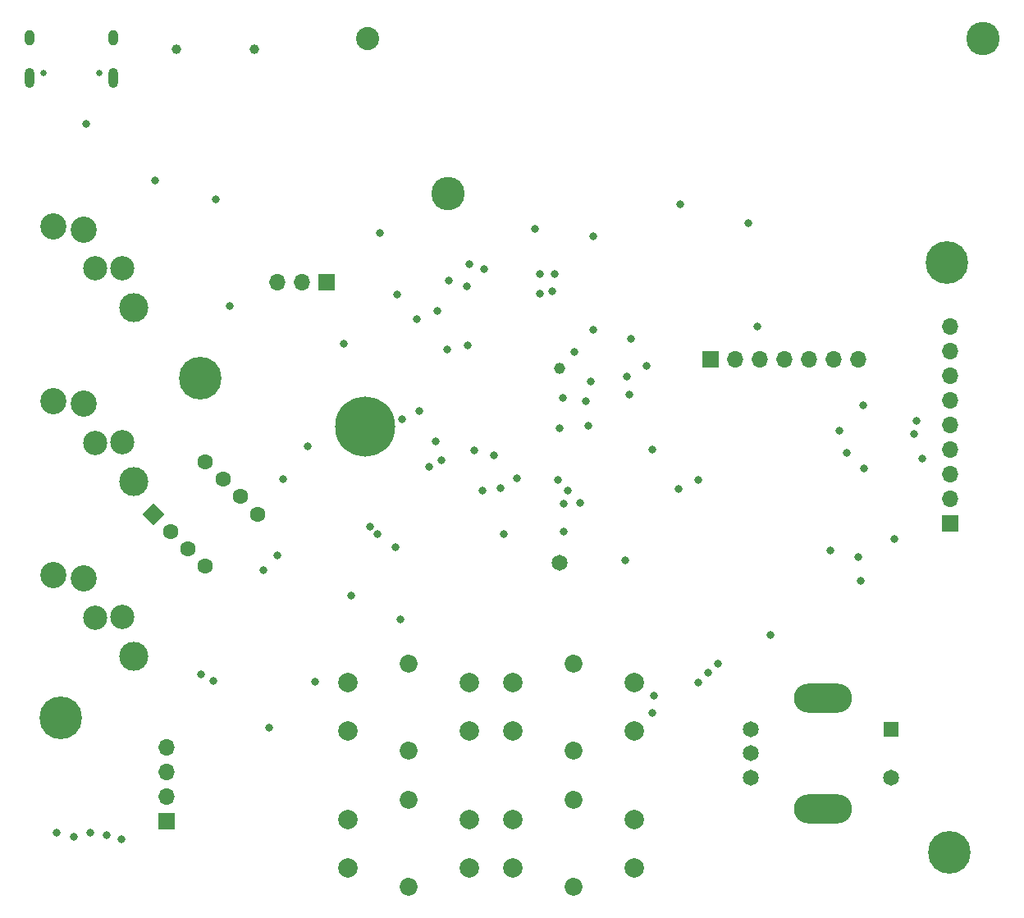
<source format=gbr>
%TF.GenerationSoftware,KiCad,Pcbnew,(6.0.5)*%
%TF.CreationDate,2022-06-18T00:07:38+02:00*%
%TF.ProjectId,clarinoid-devboard,636c6172-696e-46f6-9964-2d646576626f,rev?*%
%TF.SameCoordinates,Original*%
%TF.FileFunction,Soldermask,Bot*%
%TF.FilePolarity,Negative*%
%FSLAX46Y46*%
G04 Gerber Fmt 4.6, Leading zero omitted, Abs format (unit mm)*
G04 Created by KiCad (PCBNEW (6.0.5)) date 2022-06-18 00:07:38*
%MOMM*%
%LPD*%
G01*
G04 APERTURE LIST*
G04 Aperture macros list*
%AMHorizOval*
0 Thick line with rounded ends*
0 $1 width*
0 $2 $3 position (X,Y) of the first rounded end (center of the circle)*
0 $4 $5 position (X,Y) of the second rounded end (center of the circle)*
0 Add line between two ends*
20,1,$1,$2,$3,$4,$5,0*
0 Add two circle primitives to create the rounded ends*
1,1,$1,$2,$3*
1,1,$1,$4,$5*%
%AMRotRect*
0 Rectangle, with rotation*
0 The origin of the aperture is its center*
0 $1 length*
0 $2 width*
0 $3 Rotation angle, in degrees counterclockwise*
0 Add horizontal line*
21,1,$1,$2,0,0,$3*%
G04 Aperture macros list end*
%ADD10C,6.200000*%
%ADD11C,1.650000*%
%ADD12C,1.150000*%
%ADD13R,1.700000X1.700000*%
%ADD14O,1.700000X1.700000*%
%ADD15RotRect,1.600000X1.600000X45.000000*%
%ADD16HorizOval,1.600000X0.000000X0.000000X0.000000X0.000000X0*%
%ADD17C,1.850000*%
%ADD18C,2.000000*%
%ADD19C,2.390000*%
%ADD20C,3.450000*%
%ADD21C,2.700000*%
%ADD22C,2.500000*%
%ADD23C,3.000000*%
%ADD24C,4.400000*%
%ADD25C,1.000000*%
%ADD26C,0.650000*%
%ADD27O,1.000000X1.600000*%
%ADD28O,1.000000X2.100000*%
%ADD29R,1.650000X1.650000*%
%ADD30O,6.000000X3.000000*%
%ADD31C,0.800000*%
G04 APERTURE END LIST*
D10*
%TO.C,H1*%
X125198312Y-68434542D03*
%TD*%
D11*
%TO.C,U3*%
X145198312Y-82434542D03*
D12*
X145198312Y-62434542D03*
%TD*%
D13*
%TO.C,J14*%
X185566565Y-78397523D03*
D14*
X185566565Y-75857523D03*
X185566565Y-73317523D03*
X185566565Y-70777523D03*
X185566565Y-68237523D03*
X185566565Y-65697523D03*
X185566565Y-63157523D03*
X185566565Y-60617523D03*
X185566565Y-58077523D03*
%TD*%
D15*
%TO.C,U8*%
X103286793Y-77447034D03*
D16*
X105082844Y-79243085D03*
X106878895Y-81039136D03*
X108674947Y-82835188D03*
X114063100Y-77447034D03*
X112267049Y-75650983D03*
X110470998Y-73854932D03*
X108674947Y-72058880D03*
%TD*%
D17*
%TO.C,SW4*%
X129660804Y-115947034D03*
X129660804Y-106947034D03*
D18*
X135910804Y-113947034D03*
X123410804Y-113947034D03*
X135910804Y-108947034D03*
X123410804Y-108947034D03*
%TD*%
D19*
%TO.C,BT1*%
X125388304Y-28346568D03*
D20*
X133718304Y-44346568D03*
X188918304Y-28346568D03*
%TD*%
D17*
%TO.C,SW3*%
X129660804Y-101847034D03*
X129660804Y-92847034D03*
D18*
X135910804Y-99847034D03*
X123410804Y-99847034D03*
X135910804Y-94847034D03*
X123410804Y-94847034D03*
%TD*%
D21*
%TO.C,J10*%
X92973798Y-65760028D03*
X96120423Y-66078226D03*
D22*
X97322505Y-70108735D03*
X100080221Y-70038024D03*
D23*
X101317658Y-74103888D03*
%TD*%
D24*
%TO.C,H2*%
X185410804Y-112347034D03*
%TD*%
D13*
%TO.C,J5*%
X104635804Y-109102348D03*
D14*
X104635804Y-106562348D03*
X104635804Y-104022348D03*
X104635804Y-101482348D03*
%TD*%
D17*
%TO.C,SW2*%
X146660804Y-92847034D03*
X146660804Y-101847034D03*
D18*
X152910804Y-99847034D03*
X140410804Y-99847034D03*
X152910804Y-94847034D03*
X140410804Y-94847034D03*
%TD*%
D25*
%TO.C,J3*%
X113725000Y-29437500D03*
X105725000Y-29437500D03*
%TD*%
D24*
%TO.C,H4*%
X93782808Y-98447034D03*
%TD*%
D21*
%TO.C,J1*%
X92973798Y-83760028D03*
X96120423Y-84078226D03*
D22*
X97322505Y-88108735D03*
X100080221Y-88038024D03*
D23*
X101317658Y-92103888D03*
%TD*%
D13*
%TO.C,J12*%
X160760804Y-61447034D03*
D14*
X163300804Y-61447034D03*
X165840804Y-61447034D03*
X168380804Y-61447034D03*
X170920804Y-61447034D03*
X173460804Y-61447034D03*
X176000804Y-61447034D03*
%TD*%
D24*
%TO.C,H5*%
X185160804Y-51447034D03*
%TD*%
D26*
%TO.C,J2*%
X91928304Y-31951568D03*
X97708304Y-31951568D03*
D27*
X99138304Y-28271568D03*
X90498304Y-28271568D03*
D28*
X99138304Y-32451568D03*
X90498304Y-32451568D03*
%TD*%
D17*
%TO.C,SW5*%
X146660804Y-115947034D03*
X146660804Y-106947034D03*
D18*
X152910804Y-113947034D03*
X140410804Y-113947034D03*
X152910804Y-108947034D03*
X140410804Y-108947034D03*
%TD*%
D21*
%TO.C,J11*%
X92973798Y-47760028D03*
X96120423Y-48078226D03*
D22*
X97322505Y-52108735D03*
X100080221Y-52038024D03*
D23*
X101317658Y-56103888D03*
%TD*%
D24*
%TO.C,H3*%
X108160804Y-63447034D03*
%TD*%
D29*
%TO.C,SW7*%
X179410804Y-99647034D03*
D11*
X179410804Y-104647034D03*
X164910804Y-99647034D03*
X164910804Y-104647034D03*
X164910804Y-102147034D03*
D30*
X172410804Y-96447034D03*
X172410804Y-107847034D03*
%TD*%
D13*
%TO.C,U9*%
X121185804Y-53472034D03*
D14*
X118645804Y-53472034D03*
X116105804Y-53472034D03*
%TD*%
D31*
X144448312Y-54434542D03*
X143198312Y-54684542D03*
X144698312Y-52684542D03*
X143198312Y-52684542D03*
X137443717Y-52179947D03*
X135948312Y-51684542D03*
X173198312Y-81184542D03*
X166948312Y-89934542D03*
X154198312Y-62184542D03*
X114669658Y-83232761D03*
X116083872Y-81677126D03*
X135650799Y-53972866D03*
X126660804Y-48447034D03*
X148660804Y-58447034D03*
X151960804Y-82247034D03*
X96830824Y-110358636D03*
X133760804Y-53347034D03*
X128460804Y-54747034D03*
X100009769Y-111035242D03*
X133660804Y-60447034D03*
X132591182Y-56516656D03*
X181760804Y-69147034D03*
X182660804Y-71747034D03*
X125660303Y-78740428D03*
X96410804Y-37197034D03*
X93330824Y-110325665D03*
X98482029Y-110586728D03*
X142660804Y-48046534D03*
X154760804Y-70747034D03*
X95080824Y-110718673D03*
X128328586Y-80880471D03*
X123697728Y-85829527D03*
X126455444Y-79536277D03*
X145560804Y-65447034D03*
X176660804Y-72747034D03*
X176567065Y-66188671D03*
X146760804Y-60747034D03*
X154960804Y-96147034D03*
X176060804Y-81847034D03*
X174060804Y-68847034D03*
X154760804Y-97946534D03*
X148460804Y-63747034D03*
X130760804Y-66847034D03*
X152153690Y-63239920D03*
X132460804Y-69947034D03*
X136460804Y-70847034D03*
X133060804Y-71847034D03*
X148660804Y-48747034D03*
X103500000Y-43000000D03*
X119260804Y-70447034D03*
X152460804Y-65147034D03*
X130460804Y-57347034D03*
X135760804Y-60047034D03*
X164660804Y-47447034D03*
X157660804Y-45447034D03*
X131760804Y-72547034D03*
X148160804Y-68347034D03*
X137250000Y-75000000D03*
X139500000Y-79500000D03*
X145661304Y-79247034D03*
X145660804Y-76347034D03*
X157460804Y-74847034D03*
X146060804Y-75047034D03*
X159560804Y-73947034D03*
X145060804Y-73947034D03*
X160560804Y-93847034D03*
X140860804Y-73747034D03*
X159560804Y-94847034D03*
X139160804Y-74747034D03*
X147360804Y-76247034D03*
X161560804Y-92847034D03*
X108260804Y-93947534D03*
X138460804Y-71347034D03*
X122960804Y-59847534D03*
X109460804Y-94647034D03*
X145260804Y-68547534D03*
X119960804Y-94747034D03*
X128960804Y-67647034D03*
X147960804Y-65747034D03*
X182060804Y-67847034D03*
X128760804Y-88347034D03*
X174860804Y-71147034D03*
X179760804Y-80047034D03*
X176260804Y-84347034D03*
X109750000Y-45000000D03*
X111160804Y-55947034D03*
X116660804Y-73847034D03*
X152560804Y-59347034D03*
X115260804Y-99447034D03*
X165660804Y-58047034D03*
M02*

</source>
